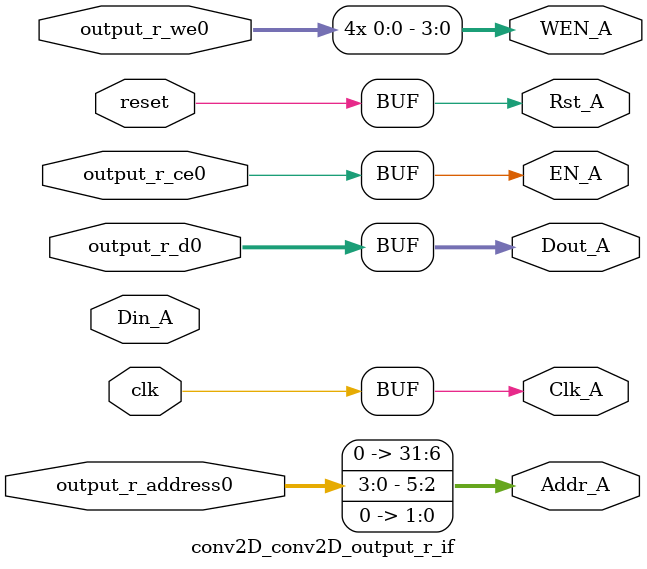
<source format=v>

`timescale 1ns/1ps

module conv2D_conv2D_output_r_if (
    // system singals
    input  wire        clk,
    input  wire        reset,
    // user signals
    input  wire [3:0]  output_r_address0,
    input  wire        output_r_ce0,
    input  wire        output_r_we0,
    input  wire [31:0] output_r_d0,
    // bus signals
    output wire        Clk_A,
    output wire        Rst_A,
    output wire        EN_A,
    output wire [3:0]  WEN_A,
    output wire [31:0] Addr_A,
    output wire [31:0] Dout_A,
    input  wire [31:0] Din_A
);
//------------------------Body---------------------------
assign Clk_A  = clk;
assign Rst_A  = reset;
assign EN_A   = output_r_ce0;
assign Addr_A = {output_r_address0, 2'b0};
assign WEN_A  = {4{output_r_we0}};
assign Dout_A = output_r_d0;

endmodule

</source>
